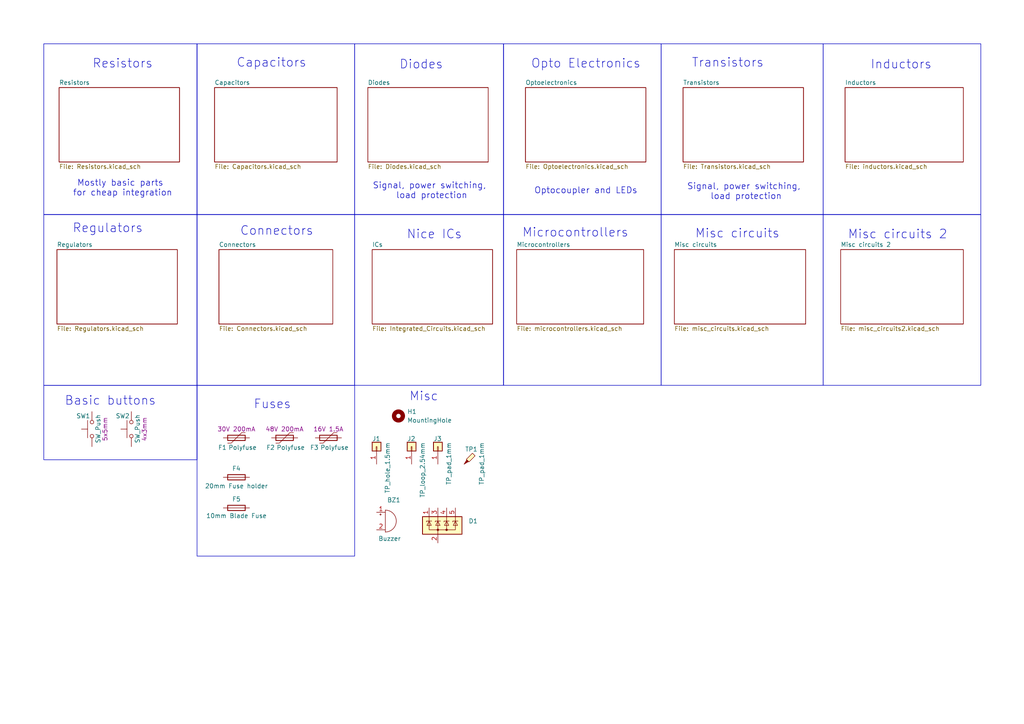
<source format=kicad_sch>
(kicad_sch (version 20231120) (generator "eeschema") (generator_version "8.0")
  (paper "A4")
  (lib_symbols
    (symbol "1_Library_GF:TestPoint" (pin_names (offset 1.016) hide)
      (property "Reference" "J" (at 0 2.54 0))
      (property "Value" "TestPoint" (at 0 -2.54 0))
      (property "Description" "Generic connector, single row, 01x01, script generated (kicad-library-utils/schlib/autogen/connector/)" (at 0 0 0))
      (symbol "TestPoint_1_1"
        (rectangle (start -1.27 0.127) (end 0 -0.127) (stroke (width 0.1524)))
        (rectangle (start -1.27 1.27) (end 1.27 -1.27) (stroke (width 0.254)) (fill (type background)))
        (pin passive line (at -5.08 0 0) (length 3.81) (name "Pin_1") (number "1"))
      )
    )
    (symbol "Connector:TestPoint_Probe" (pin_numbers hide) (pin_names (offset 0.762) hide)
      (property "Reference" "TP" (at 1.651 5.842 0))
      (property "Value" "TestPoint_Probe" (at 1.651 4.064 0))
      (symbol "TestPoint_Probe_0_1"
        (polyline (pts (xy 1.27 0.762) (xy 0 0) (xy 0.762 1.27) (xy 1.27 0.762)) (fill (type outline)))
        (polyline (pts (xy 1.397 0.635) (xy 0.635 1.397) (xy 2.413 3.175) (xy 3.175 2.413) (xy 1.397 0.635)) (fill (type background)))
      )
      (symbol "TestPoint_Probe_1_1"
        (pin passive line (at 0 0 90) (length 0) (name "1") (number "1"))
      )
    )
    (symbol "Device:Buzzer" (pin_names (offset 0.0254) hide)
      (property "Reference" "BZ" (at 3.81 1.27 0))
      (property "Value" "Buzzer" (at 3.81 -1.27 0))
      (symbol "Buzzer_0_1"
        (arc (start 0 -3.175) (mid 3.1612 0) (end 0 3.175))
        (polyline (pts (xy -1.651 1.905) (xy -1.143 1.905)))
        (polyline (pts (xy -1.397 2.159) (xy -1.397 1.651)))
        (polyline (pts (xy 0 3.175) (xy 0 -3.175)))
      )
      (symbol "Buzzer_1_1"
        (pin passive line (at -2.54 2.54 0) (length 2.54) (name "+") (number "1"))
        (pin passive line (at -2.54 -2.54 0) (length 2.54) (name "-") (number "2"))
      )
    )
    (symbol "Device:Fuse" (pin_numbers hide) (pin_names (offset 0))
      (property "Reference" "F" (at 2.032 0 90))
      (property "Value" "Fuse" (at -1.905 0 90))
      (symbol "Fuse_0_1"
        (rectangle (start -0.762 -2.54) (end 0.762 2.54) (stroke (width 0.254)))
        (polyline (pts (xy 0 2.54) (xy 0 -2.54)))
      )
      (symbol "Fuse_1_1"
        (pin passive line (at 0 3.81 270) (length 1.27) (name "~") (number "1"))
        (pin passive line (at 0 -3.81 90) (length 1.27) (name "~") (number "2"))
      )
    )
    (symbol "Device:Polyfuse" (pin_numbers hide) (pin_names (offset 0))
      (property "Reference" "F" (at -2.54 0 90))
      (property "Value" "Polyfuse" (at 2.54 0 90))
      (symbol "Polyfuse_0_1"
        (rectangle (start -0.762 2.54) (end 0.762 -2.54) (stroke (width 0.254)))
        (polyline (pts (xy 0 2.54) (xy 0 -2.54)))
        (polyline (pts (xy -1.524 2.54) (xy -1.524 1.524) (xy 1.524 -1.524) (xy 1.524 -2.54)))
      )
      (symbol "Polyfuse_1_1"
        (pin passive line (at 0 3.81 270) (length 1.27) (name "~") (number "1"))
        (pin passive line (at 0 -3.81 90) (length 1.27) (name "~") (number "2"))
      )
    )
    (symbol "Mechanical:MountingHole" (pin_names (offset 1.016)) (exclude_from_sim yes) (in_bom no)
      (property "Reference" "H" (at 0 5.08 0))
      (property "Value" "MountingHole" (at 0 3.175 0))
      (symbol "MountingHole_0_1"
        (circle (center 0 0) (radius 1.27) (stroke (width 1.27)))
      )
    )
    (symbol "Power_Protection:SP0504BAHT" (pin_names hide)
      (property "Reference" "D" (at 7.62 2.54 0))
      (property "Value" "SP0504BAHT" (at 7.62 0.635 0))
      (symbol "SP0504BAHT_0_0"
        (pin passive line (at 0 -5.08 90) (length 2.54) (name "A") (number "2"))
      )
      (symbol "SP0504BAHT_0_1"
        (rectangle (start -4.445 2.54) (end 6.985 -2.54) (stroke (width 0.254)) (fill (type background)))
        (circle (center 0 -1.27) (radius 0.254) (fill (type outline)))
        (polyline (pts (xy -2.54 2.54) (xy -2.54 1.27)))
        (polyline (pts (xy 0 -1.27) (xy 0 -2.54)))
        (polyline (pts (xy 0 -1.27) (xy 0 1.27)))
        (polyline (pts (xy 0 2.54) (xy 0 1.27)))
        (polyline (pts (xy 2.54 2.54) (xy 2.54 1.27)))
        (polyline (pts (xy 5.08 2.54) (xy 5.08 1.27)))
        (polyline (pts (xy -3.302 1.016) (xy -3.302 1.27) (xy -1.778 1.27)))
        (polyline (pts (xy 0.762 1.27) (xy -0.762 1.27) (xy -0.762 1.016)))
        (polyline (pts (xy 5.08 1.27) (xy 5.08 -1.27) (xy 2.54 -1.27)))
        (polyline (pts (xy -2.54 1.27) (xy -2.54 -1.27) (xy 2.54 -1.27) (xy 2.54 1.27)))
        (polyline (pts (xy -2.54 1.27) (xy -1.905 0) (xy -3.175 0) (xy -2.54 1.27)))
        (polyline (pts (xy 0.635 0) (xy -0.635 0) (xy 0 1.27) (xy 0.635 0)))
        (polyline (pts (xy 1.778 1.016) (xy 1.778 1.27) (xy 3.175 1.27) (xy 3.302 1.27)))
        (polyline (pts (xy 2.54 1.27) (xy 1.905 0) (xy 3.175 0) (xy 2.54 1.27)))
        (polyline (pts (xy 4.318 1.016) (xy 4.318 1.27) (xy 5.715 1.27) (xy 5.842 1.27)))
        (polyline (pts (xy 5.08 1.27) (xy 4.445 0) (xy 5.715 0) (xy 5.08 1.27)))
        (circle (center 2.54 -1.27) (radius 0.254) (fill (type outline)))
      )
      (symbol "SP0504BAHT_1_1"
        (pin passive line (at -2.54 5.08 270) (length 2.54) (name "K") (number "1"))
        (pin passive line (at 0 5.08 270) (length 2.54) (name "K") (number "3"))
        (pin passive line (at 2.54 5.08 270) (length 2.54) (name "K") (number "4"))
        (pin passive line (at 5.08 5.08 270) (length 2.54) (name "K") (number "5"))
      )
    )
    (symbol "Switch:SW_Push" (pin_numbers hide) (pin_names (offset 1.016) hide)
      (property "Reference" "SW" (at 1.27 2.54 0))
      (property "Value" "SW_Push" (at 0 -1.524 0))
      (symbol "SW_Push_0_1"
        (circle (center -2.032 0) (radius 0.508))
        (polyline (pts (xy 0 1.27) (xy 0 3.048)))
        (polyline (pts (xy 2.54 1.27) (xy -2.54 1.27)))
        (circle (center 2.032 0) (radius 0.508))
        (pin passive line (at -5.08 0 0) (length 2.54) (name "1") (number "1"))
        (pin passive line (at 5.08 0 180) (length 2.54) (name "2") (number "2"))
      )
    )
  )
  (rectangle (start 57.15 62.23) (end 102.87 111.76))
  (rectangle (start 102.87 62.23) (end 146.05 111.76))
  (rectangle (start 146.05 62.23) (end 191.77 111.76))
  (rectangle (start 12.7 62.23) (end 57.15 111.76))
  (rectangle (start 238.76 62.23) (end 284.48 111.76))
  (rectangle (start 191.77 12.7) (end 238.76 62.23))
  (rectangle (start 12.7 12.7) (end 57.15 62.23))
  (rectangle (start 238.76 12.7) (end 284.48 62.23))
  (rectangle (start 191.77 62.23) (end 238.76 111.76))
  (rectangle (start 12.7 111.76) (end 57.15 133.35))
  (rectangle (start 146.05 12.7) (end 191.77 62.23))
  (rectangle (start 57.15 12.7) (end 102.87 62.23))
  (rectangle (start 102.87 12.7) (end 146.05 62.23))
  (rectangle (start 57.15 111.76) (end 102.87 161.29))
  (text "Basic buttons" (at 32.004 116.332 0) (effects (font (size 2.54 2.54))))
  (text "Regulators" (at 31.242 66.294 0) (effects (font (size 2.54 2.54))))
  (text "Mostly basic parts \nfor cheap integration" (at 35.56 54.61 0) (effects (font (size 1.778 1.778))))
  (text "Opto Electronics" (at 169.926 18.542 0) (effects (font (size 2.54 2.54))))
  (text "Diodes" (at 122.174 18.796 0) (effects (font (size 2.54 2.54))))
  (text "Misc circuits 2" (at 260.35 68.072 0) (effects (font (size 2.54 2.54))))
  (text "Signal, power switching, \nload protection" (at 125.222 55.372 0) (effects (font (size 1.778 1.778))))
  (text "Resistors" (at 35.56 18.542 0) (effects (font (size 2.54 2.54))))
  (text "Misc" (at 122.936 115.062 0) (effects (font (size 2.54 2.54))))
  (text "Nice ICs" (at 125.984 68.072 0) (effects (font (size 2.54 2.54))))
  (text "Capacitors" (at 78.74 18.288 0) (effects (font (size 2.54 2.54))))
  (text "Inductors" (at 261.366 18.796 0) (effects (font (size 2.54 2.54))))
  (text "Microcontrollers" (at 166.878 67.564 0) (effects (font (size 2.54 2.54))))
  (text "Fuses" (at 78.994 117.348 0) (effects (font (size 2.54 2.54))))
  (text "Transistors" (at 211.074 18.288 0) (effects (font (size 2.54 2.54))))
  (text "Signal, power switching, \nload protection" (at 216.408 55.626 0) (effects (font (size 1.778 1.778))))
  (text "Optocoupler and LEDs" (at 169.926 55.372 0) (effects (font (size 1.778 1.778))))
  (text "Misc circuits" (at 213.868 67.818 0) (effects (font (size 2.54 2.54))))
  (text "Connectors" (at 80.264 67.056 0) (effects (font (size 2.54 2.54))))
  (symbol (lib_id "1_Library_GF:TestPoint") (at 127 129.54 90) (unit 1) (in_bom no)
    (property "Reference" "J3" (at 125.73 127.254 90) (effects (justify right)))
    (property "Value" "TP_pad_1mm" (at 130.175 128.27 0) (effects (justify right)))
    (property "Footprint" "TestPoint:TestPoint_Pad_D1.0mm" (effects (hide yes)))
    (property "Observations" "Test points" (effects (hide yes)))
  )
  (symbol (lib_id "Switch:SW_Push") (at 26.67 124.46 90) (unit 1)
    (property "Reference" "SW1" (at 22.098 120.65 90) (effects (justify right)))
    (property "Value" "SW_Push" (at 28.448 120.142 0) (effects (justify right)))
    (property "Footprint" "Button_Switch_SMD:SW_SPST_SKQG_WithStem" (effects (hide yes)))
    (property "Description" "-30℃~+85℃ 1.5mm 1.6N 100,000 Cycles 12V 5.1mm 5.1mm 50mA Gold No Round Button SPST Surface Mount,Vertical Without Bracket SMD-4P,5.1x5.1mm Tactile Switches ROHS" (effects (hide yes)))
    (property "Observations" "5x5mm" (at 30.48 124.46 0))
    (property "LCSC" "C318884" (effects (hide yes)))
  )
  (symbol (lib_id "Connector:TestPoint_Probe") (at 134.62 134.62 0) (unit 1) (in_bom no)
    (property "Reference" "TP1" (at 134.874 130.302 0) (effects (justify left)))
    (property "Value" "TP_pad_1mm" (at 139.7 140.716 90) (effects (justify left)))
    (property "Footprint" "TestPoint:TestPoint_Pad_D1.0mm" (effects (hide yes)))
    (property "Description" "test point (alternative probe-style design)" (effects (hide yes)))
    (property "LCSC" "-" (effects (hide yes)))
  )
  (symbol (lib_id "Device:Buzzer") (at 111.76 151.13 0) (unit 1)
    (property "Reference" "BZ1" (at 112.268 145.034 0) (effects (justify left)))
    (property "Value" "Buzzer" (at 109.728 156.21 0) (effects (justify left)))
    (property "Footprint" "Buzzer_Beeper:Buzzer_12x9.5RM7.6" (effects (hide yes)))
    (property "Description" "Buzzer, polarized" (effects (hide yes)))
  )
  (symbol (lib_id "1_Library_GF:TestPoint") (at 119.38 129.54 90) (unit 1) (in_bom no)
    (property "Reference" "J2" (at 118.11 127.254 90) (effects (justify right)))
    (property "Value" "TP_loop_2.54mm" (at 122.555 128.27 0) (effects (justify right)))
    (property "Footprint" "TestPoint:TestPoint_Bridge_Pitch2.54mm_Drill0.7mm" (effects (hide yes)))
    (property "Observations" "Test points" (effects (hide yes)))
  )
  (symbol (lib_id "Device:Polyfuse") (at 82.55 127 90) (unit 1)
    (property "Reference" "F2" (at 78.486 129.794 90))
    (property "Value" "Polyfuse" (at 84.328 129.794 90))
    (property "Footprint" "Fuse:Fuse_1206_3216Metric_Pad1.42x1.75mm_HandSolder" (effects (hide yes)))
    (property "Description" "Polymeric PTC Resettable Fuse 48V 200mA Surface Mount 1206" (effects (hide yes)))
    (property "LCSC" "C22446878" (effects (hide yes)))
    (property "Observations" "48V 200mA" (at 82.55 124.46 90))
  )
  (symbol (lib_id "Device:Fuse") (at 68.58 147.32 90) (unit 1)
    (property "Reference" "F5" (at 68.58 144.78 90))
    (property "Value" "10mm Blade Fuse" (at 68.58 149.606 90))
    (property "Footprint" "Library:Fuseholder_Blade_Mini" (effects (hide yes)))
    (property "Description" "Blade Clip 1 DIP-4 Fuseholders RoHS" (effects (hide yes)))
    (property "LCSC" "C19727304" (effects (hide yes)))
  )
  (symbol (lib_id "Device:Polyfuse") (at 68.58 127 90) (unit 1)
    (property "Reference" "F1" (at 64.516 129.794 90))
    (property "Value" "Polyfuse" (at 70.358 129.794 90))
    (property "Footprint" "Fuse:Fuse_1206_3216Metric_Pad1.42x1.75mm_HandSolder" (effects (hide yes)))
    (property "Description" "Polymeric PTC Resettable Fuse 30V 200mA Surface Mount 0805" (effects (hide yes)))
    (property "LCSC" "C516070" (effects (hide yes)))
    (property "Observations" "30V 200mA" (at 68.58 124.46 90))
  )
  (symbol (lib_id "1_Library_GF:TestPoint") (at 109.22 129.54 90) (unit 1) (in_bom no)
    (property "Reference" "J1" (at 107.95 127.254 90) (effects (justify right)))
    (property "Value" "TP_hole_1.5mm" (at 112.395 128.27 0) (effects (justify right)))
    (property "Footprint" "TestPoint:TestPoint_Loop_D2.54mm_Drill1.5mm_Beaded" (effects (hide yes)))
    (property "Observations" "Test points" (effects (hide yes)))
  )
  (symbol (lib_id "Power_Protection:SP0504BAHT") (at 127 152.4 0) (unit 1)
    (property "Reference" "D1" (at 135.89 151.1299 0) (effects (justify left)))
    (property "Value" "SP0504BAHT" (effects (hide yes)))
    (property "Footprint" "Package_TO_SOT_SMD:SOT-23-5" (effects (hide yes)))
    (property "Datasheet" "http://www.littelfuse.com/~/media/files/littelfuse/technical%20resources/documents/data%20sheets/sp05xxba.pdf" (effects (hide yes)))
    (property "Description" "TVS Diode Array, 5.5V Standoff, 4 Channels, SOT-23-5 package" (effects (hide yes)))
    (property "LCSC" "C19829475" (effects (hide yes)))
  )
  (symbol (lib_id "Mechanical:MountingHole") (at 115.57 120.65 0) (unit 1) (exclude_from_sim yes) (in_bom no)
    (property "Reference" "H1" (at 118.11 119.3799 0) (effects (justify left)))
    (property "Value" "MountingHole" (at 118.11 121.9199 0) (effects (justify left)))
    (property "Footprint" "MountingHole:MountingHole_3.2mm_M3" (effects (hide yes)))
    (property "Description" "Mounting Hole without connection" (effects (hide yes)))
  )
  (symbol (lib_id "Switch:SW_Push") (at 38.1 124.46 90) (unit 1)
    (property "Reference" "SW2" (at 33.528 120.65 90) (effects (justify right)))
    (property "Value" "SW_Push" (at 39.878 120.142 0) (effects (justify right)))
    (property "Footprint" "Button_Switch_SMD:SW_Push_SPST_NO_Alps_SKRK" (effects (hide yes)))
    (property "Description" "-30℃~+80℃ 1.6N 100,000 Cycles 12V 2mm 3mm 4mm 50mA Black Round Button SMD(SMT) Tab SPST Surface Mount,Vertical Without Bracket SMD,4x3mm Tactile Switches ROHS" (effects (hide yes)))
    (property "Observations" "4x3mm" (at 41.91 124.46 0))
    (property "LCSC" "C720477" (effects (hide yes)))
  )
  (symbol (lib_id "Device:Polyfuse") (at 95.25 127 90) (unit 1)
    (property "Reference" "F3" (at 91.186 129.794 90))
    (property "Value" "Polyfuse" (at 97.028 129.794 90))
    (property "Footprint" "Fuse:Fuse_1210_3225Metric_Pad1.42x2.65mm_HandSolder" (effects (hide yes)))
    (property "Datasheet" "https://www.lcsc.com/datasheet/C269167.pdf" (effects (hide yes)))
    (property "Description" "Polymeric PTC Resettable Fuse 16V 1.5A Surface Mount 1210" (effects (hide yes)))
    (property "LCSC" "C269167" (effects (hide yes)))
    (property "Observations" "16V 1.5A" (at 95.25 124.46 90))
  )
  (symbol (lib_id "Device:Fuse") (at 68.58 138.43 270) (mirror x) (unit 1)
    (property "Reference" "F4" (at 68.58 135.89 90))
    (property "Value" "20mm Fuse holder" (at 68.58 140.97 90))
    (property "Footprint" "Fuse:Fuseholder_Cylinder-5x20mm_Schurter_0031_8201_Horizontal_Open" (effects (hide yes)))
    (property "Datasheet" "https://br.mouser.com/datasheet/2/87/Eaton_06202018__HTC_100M-1372276.pdf" (effects (hide yes)))
    (property "Description" "Plugin Fuseholders ROHS" (effects (hide yes)))
    (property "LCSC" "C3131" (effects (hide yes)))
    (property "Manufacturer " "Xucheng Elec" (effects (hide yes)))
    (property "Mfr. Part Number" "5x20 BLX-A  XC-7" (effects (hide yes)))
    (property "Observations" "For 5x20mm glass fuse" (effects (hide yes)))
  )
  (sheet (at 106.68 25.4) (size 34.925 21.59) (stroke (width 0.1524))
    (property "Sheetname" "Diodes" (at 106.68 24.6884 0) (effects (justify left bottom)))
    (property "Sheetfile" "Diodes.kicad_sch" (at 106.68 47.5746 0) (effects (justify left top)))
  )
  (sheet (at 243.84 72.39) (size 35.56 21.59) (stroke (width 0.1524))
    (property "Sheetname" "Misc circuits 2" (at 243.84 71.6784 0) (effects (justify left bottom)))
    (property "Sheetfile" "misc_circuits2.kicad_sch" (at 243.84 94.5646 0) (effects (justify left top)))
  )
  (sheet (at 198.12 25.4) (size 34.925 21.59) (stroke (width 0.1524))
    (property "Sheetname" "Transistors" (at 198.12 24.6884 0) (effects (justify left bottom)))
    (property "Sheetfile" "Transistors.kicad_sch" (at 198.12 47.5746 0) (effects (justify left top)))
  )
  (sheet (at 62.23 25.4) (size 35.56 21.59) (stroke (width 0.1524))
    (property "Sheetname" "Capacitors" (at 62.23 24.6884 0) (effects (justify left bottom)))
    (property "Sheetfile" "Capacitors.kicad_sch" (at 62.23 47.5746 0) (effects (justify left top)))
  )
  (sheet (at 107.95 72.39) (size 34.925 21.59) (stroke (width 0.1524))
    (property "Sheetname" "ICs" (at 107.95 71.6784 0) (effects (justify left bottom)))
    (property "Sheetfile" "Integrated_Circuits.kicad_sch" (at 107.95 94.5646 0) (effects (justify left top)))
  )
  (sheet (at 16.51 72.39) (size 34.925 21.59) (stroke (width 0.1524))
    (property "Sheetname" "Regulators" (at 16.51 71.6784 0) (effects (justify left bottom)))
    (property "Sheetfile" "Regulators.kicad_sch" (at 16.51 94.5646 0) (effects (justify left top)))
  )
  (sheet (at 195.58 72.39) (size 38.1 21.59) (stroke (width 0.1524))
    (property "Sheetname" "Misc circuits" (at 195.58 71.6784 0) (effects (justify left bottom)))
    (property "Sheetfile" "misc_circuits.kicad_sch" (at 195.58 94.5646 0) (effects (justify left top)))
  )
  (sheet (at 17.145 25.4) (size 34.925 21.59) (stroke (width 0.1524))
    (property "Sheetname" "Resistors" (at 17.145 24.6884 0) (effects (justify left bottom)))
    (property "Sheetfile" "Resistors.kicad_sch" (at 17.145 47.5746 0) (effects (justify left top)))
  )
  (sheet (at 63.5 72.39) (size 33.02 21.59) (stroke (width 0.1524))
    (property "Sheetname" "Connectors" (at 63.5 71.6784 0) (effects (justify left bottom)))
    (property "Sheetfile" "Connectors.kicad_sch" (at 63.5 94.5646 0) (effects (justify left top)))
  )
  (sheet (at 149.86 72.39) (size 36.83 21.59) (stroke (width 0.1524))
    (property "Sheetname" "Microcontrollers" (at 149.86 71.6784 0) (effects (justify left bottom)))
    (property "Sheetfile" "microcontrollers.kicad_sch" (at 149.86 94.5646 0) (effects (justify left top)))
  )
  (sheet (at 245.11 25.4) (size 34.29 21.59) (stroke (width 0.1524))
    (property "Sheetname" "Inductors" (at 245.11 24.6884 0) (effects (justify left bottom)))
    (property "Sheetfile" "inductors.kicad_sch" (at 245.11 47.5746 0) (effects (justify left top)))
  )
  (sheet (at 152.4 25.4) (size 34.925 21.59) (stroke (width 0.1524))
    (property "Sheetname" "Optoelectronics" (at 152.4 24.6884 0) (effects (justify left bottom)))
    (property "Sheetfile" "Optoelectronics.kicad_sch" (at 152.4 47.5746 0) (effects (justify left top)))
  )
)
</source>
